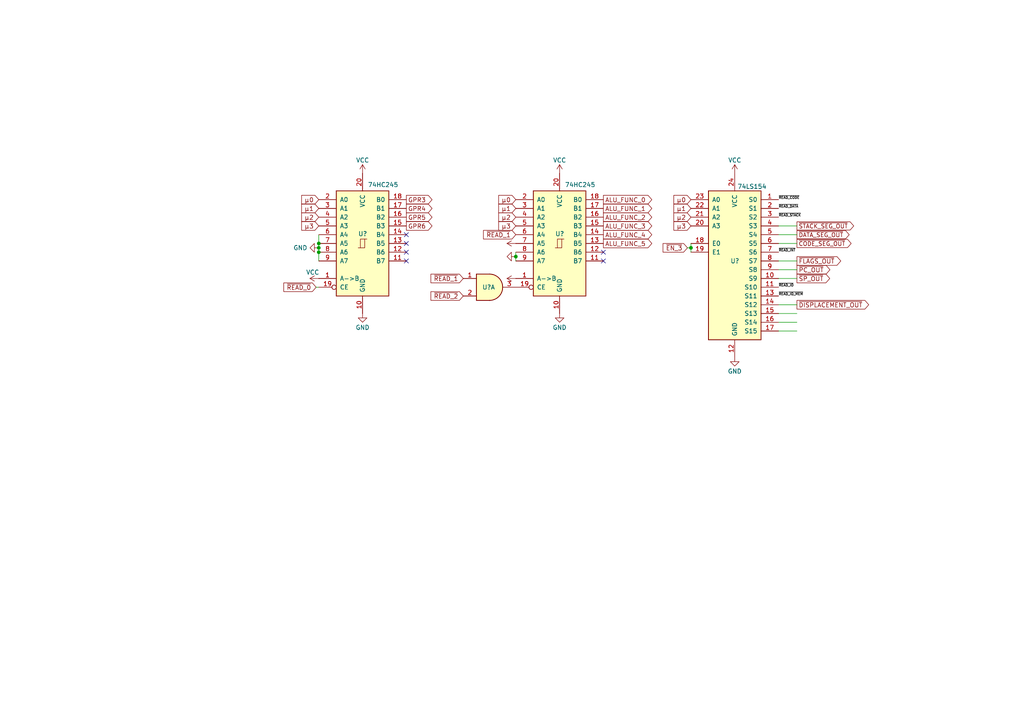
<source format=kicad_sch>
(kicad_sch (version 20211123) (generator eeschema)
  (paper "A4")
  (lib_symbols
    (symbol "74xx:74HC245" (pin_names (offset 1.016))
      (property "Reference" "U" (at -7.62 16.51 0))
      (property "Value" "74HC245" (at -7.62 -16.51 0))
      (symbol "74HC245_1_0"
        (polyline (pts (xy -0.635 -1.27) (xy -0.635 1.27) (xy 0.635 1.27)))
        (polyline (pts (xy -1.27 -1.27) (xy 0.635 -1.27) (xy 0.635 1.27) (xy 1.27 1.27)))
        (pin input line (at -12.7 -10.16 0) (length 5.08) (name "A->B") (number "1"))
        (pin power_in line (at 0 -20.32 90) (length 5.08) (name "GND") (number "10"))
        (pin tri_state line (at 12.7 -5.08 180) (length 5.08) (name "B7") (number "11"))
        (pin tri_state line (at 12.7 -2.54 180) (length 5.08) (name "B6") (number "12"))
        (pin tri_state line (at 12.7 0 180) (length 5.08) (name "B5") (number "13"))
        (pin tri_state line (at 12.7 2.54 180) (length 5.08) (name "B4") (number "14"))
        (pin tri_state line (at 12.7 5.08 180) (length 5.08) (name "B3") (number "15"))
        (pin tri_state line (at 12.7 7.62 180) (length 5.08) (name "B2") (number "16"))
        (pin tri_state line (at 12.7 10.16 180) (length 5.08) (name "B1") (number "17"))
        (pin tri_state line (at 12.7 12.7 180) (length 5.08) (name "B0") (number "18"))
        (pin input inverted (at -12.7 -12.7 0) (length 5.08) (name "CE") (number "19"))
        (pin tri_state line (at -12.7 12.7 0) (length 5.08) (name "A0") (number "2"))
        (pin power_in line (at 0 20.32 270) (length 5.08) (name "VCC") (number "20"))
        (pin tri_state line (at -12.7 10.16 0) (length 5.08) (name "A1") (number "3"))
        (pin tri_state line (at -12.7 7.62 0) (length 5.08) (name "A2") (number "4"))
        (pin tri_state line (at -12.7 5.08 0) (length 5.08) (name "A3") (number "5"))
        (pin tri_state line (at -12.7 2.54 0) (length 5.08) (name "A4") (number "6"))
        (pin tri_state line (at -12.7 0 0) (length 5.08) (name "A5") (number "7"))
        (pin tri_state line (at -12.7 -2.54 0) (length 5.08) (name "A6") (number "8"))
        (pin tri_state line (at -12.7 -5.08 0) (length 5.08) (name "A7") (number "9"))
      )
      (symbol "74HC245_1_1"
        (rectangle (start -7.62 15.24) (end 7.62 -15.24) (stroke (width 0.254)) (fill (type background)))
      )
    )
    (symbol "74xx:74LS08" (pin_names (offset 1.016))
      (property "Reference" "U" (at 0 1.27 0))
      (property "Value" "74LS08" (at 0 -1.27 0))
      (symbol "74LS08_1_1"
        (arc (start 0 -3.81) (mid 3.81 0) (end 0 3.81) (stroke (width 0.254)) (fill (type background)))
        (polyline (pts (xy 0 3.81) (xy -3.81 3.81) (xy -3.81 -3.81) (xy 0 -3.81)) (stroke (width 0.254)) (fill (type background)))
        (pin input line (at -7.62 2.54 0) (length 3.81) (name "~") (number "1"))
        (pin input line (at -7.62 -2.54 0) (length 3.81) (name "~") (number "2"))
        (pin output line (at 7.62 0 180) (length 3.81) (name "~") (number "3"))
      )
      (symbol "74LS08_1_2"
        (arc (start -3.81 -3.81) (mid -2.589 0) (end -3.81 3.81) (stroke (width 0.254)))
        (arc (start -0.6096 -3.81) (mid 2.1855 -2.584) (end 3.81 0) (stroke (width 0.254)) (fill (type background)))
        (polyline (pts (xy -3.81 -3.81) (xy -0.635 -3.81)) (stroke (width 0.254)) (fill (type background)))
        (polyline (pts (xy -3.81 3.81) (xy -0.635 3.81)) (stroke (width 0.254)) (fill (type background)))
        (polyline (pts (xy -0.635 3.81) (xy -3.81 3.81) (xy -3.81 3.81) (xy -3.556 3.4036) (xy -3.0226 2.2606) (xy -2.6924 1.0414) (xy -2.6162 -0.254) (xy -2.7686 -1.4986) (xy -3.175 -2.7178) (xy -3.81 -3.81) (xy -3.81 -3.81) (xy -0.635 -3.81)) (stroke (width -25.4)) (fill (type background)))
        (arc (start 3.81 0) (mid 2.1928 2.5925) (end -0.6096 3.81) (stroke (width 0.254)) (fill (type background)))
        (pin input inverted (at -7.62 2.54 0) (length 4.318) (name "~") (number "1"))
        (pin input inverted (at -7.62 -2.54 0) (length 4.318) (name "~") (number "2"))
        (pin output inverted (at 7.62 0 180) (length 3.81) (name "~") (number "3"))
      )
      (symbol "74LS08_2_1"
        (arc (start 0 -3.81) (mid 3.81 0) (end 0 3.81) (stroke (width 0.254)) (fill (type background)))
        (polyline (pts (xy 0 3.81) (xy -3.81 3.81) (xy -3.81 -3.81) (xy 0 -3.81)) (stroke (width 0.254)) (fill (type background)))
        (pin input line (at -7.62 2.54 0) (length 3.81) (name "~") (number "4"))
        (pin input line (at -7.62 -2.54 0) (length 3.81) (name "~") (number "5"))
        (pin output line (at 7.62 0 180) (length 3.81) (name "~") (number "6"))
      )
      (symbol "74LS08_2_2"
        (arc (start -3.81 -3.81) (mid -2.589 0) (end -3.81 3.81) (stroke (width 0.254)))
        (arc (start -0.6096 -3.81) (mid 2.1855 -2.584) (end 3.81 0) (stroke (width 0.254)) (fill (type background)))
        (polyline (pts (xy -3.81 -3.81) (xy -0.635 -3.81)) (stroke (width 0.254)) (fill (type background)))
        (polyline (pts (xy -3.81 3.81) (xy -0.635 3.81)) (stroke (width 0.254)) (fill (type background)))
        (polyline (pts (xy -0.635 3.81) (xy -3.81 3.81) (xy -3.81 3.81) (xy -3.556 3.4036) (xy -3.0226 2.2606) (xy -2.6924 1.0414) (xy -2.6162 -0.254) (xy -2.7686 -1.4986) (xy -3.175 -2.7178) (xy -3.81 -3.81) (xy -3.81 -3.81) (xy -0.635 -3.81)) (stroke (width -25.4)) (fill (type background)))
        (arc (start 3.81 0) (mid 2.1928 2.5925) (end -0.6096 3.81) (stroke (width 0.254)) (fill (type background)))
        (pin input inverted (at -7.62 2.54 0) (length 4.318) (name "~") (number "4"))
        (pin input inverted (at -7.62 -2.54 0) (length 4.318) (name "~") (number "5"))
        (pin output inverted (at 7.62 0 180) (length 3.81) (name "~") (number "6"))
      )
      (symbol "74LS08_3_1"
        (arc (start 0 -3.81) (mid 3.81 0) (end 0 3.81) (stroke (width 0.254)) (fill (type background)))
        (polyline (pts (xy 0 3.81) (xy -3.81 3.81) (xy -3.81 -3.81) (xy 0 -3.81)) (stroke (width 0.254)) (fill (type background)))
        (pin input line (at -7.62 -2.54 0) (length 3.81) (name "~") (number "10"))
        (pin output line (at 7.62 0 180) (length 3.81) (name "~") (number "8"))
        (pin input line (at -7.62 2.54 0) (length 3.81) (name "~") (number "9"))
      )
      (symbol "74LS08_3_2"
        (arc (start -3.81 -3.81) (mid -2.589 0) (end -3.81 3.81) (stroke (width 0.254)))
        (arc (start -0.6096 -3.81) (mid 2.1855 -2.584) (end 3.81 0) (stroke (width 0.254)) (fill (type background)))
        (polyline (pts (xy -3.81 -3.81) (xy -0.635 -3.81)) (stroke (width 0.254)) (fill (type background)))
        (polyline (pts (xy -3.81 3.81) (xy -0.635 3.81)) (stroke (width 0.254)) (fill (type background)))
        (polyline (pts (xy -0.635 3.81) (xy -3.81 3.81) (xy -3.81 3.81) (xy -3.556 3.4036) (xy -3.0226 2.2606) (xy -2.6924 1.0414) (xy -2.6162 -0.254) (xy -2.7686 -1.4986) (xy -3.175 -2.7178) (xy -3.81 -3.81) (xy -3.81 -3.81) (xy -0.635 -3.81)) (stroke (width -25.4)) (fill (type background)))
        (arc (start 3.81 0) (mid 2.1928 2.5925) (end -0.6096 3.81) (stroke (width 0.254)) (fill (type background)))
        (pin input inverted (at -7.62 -2.54 0) (length 4.318) (name "~") (number "10"))
        (pin output inverted (at 7.62 0 180) (length 3.81) (name "~") (number "8"))
        (pin input inverted (at -7.62 2.54 0) (length 4.318) (name "~") (number "9"))
      )
      (symbol "74LS08_4_1"
        (arc (start 0 -3.81) (mid 3.81 0) (end 0 3.81) (stroke (width 0.254)) (fill (type background)))
        (polyline (pts (xy 0 3.81) (xy -3.81 3.81) (xy -3.81 -3.81) (xy 0 -3.81)) (stroke (width 0.254)) (fill (type background)))
        (pin output line (at 7.62 0 180) (length 3.81) (name "~") (number "11"))
        (pin input line (at -7.62 2.54 0) (length 3.81) (name "~") (number "12"))
        (pin input line (at -7.62 -2.54 0) (length 3.81) (name "~") (number "13"))
      )
      (symbol "74LS08_4_2"
        (arc (start -3.81 -3.81) (mid -2.589 0) (end -3.81 3.81) (stroke (width 0.254)))
        (arc (start -0.6096 -3.81) (mid 2.1855 -2.584) (end 3.81 0) (stroke (width 0.254)) (fill (type background)))
        (polyline (pts (xy -3.81 -3.81) (xy -0.635 -3.81)) (stroke (width 0.254)) (fill (type background)))
        (polyline (pts (xy -3.81 3.81) (xy -0.635 3.81)) (stroke (width 0.254)) (fill (type background)))
        (polyline (pts (xy -0.635 3.81) (xy -3.81 3.81) (xy -3.81 3.81) (xy -3.556 3.4036) (xy -3.0226 2.2606) (xy -2.6924 1.0414) (xy -2.6162 -0.254) (xy -2.7686 -1.4986) (xy -3.175 -2.7178) (xy -3.81 -3.81) (xy -3.81 -3.81) (xy -0.635 -3.81)) (stroke (width -25.4)) (fill (type background)))
        (arc (start 3.81 0) (mid 2.1928 2.5925) (end -0.6096 3.81) (stroke (width 0.254)) (fill (type background)))
        (pin output inverted (at 7.62 0 180) (length 3.81) (name "~") (number "11"))
        (pin input inverted (at -7.62 2.54 0) (length 4.318) (name "~") (number "12"))
        (pin input inverted (at -7.62 -2.54 0) (length 4.318) (name "~") (number "13"))
      )
      (symbol "74LS08_5_0"
        (pin power_in line (at 0 12.7 270) (length 5.08) (name "VCC") (number "14"))
        (pin power_in line (at 0 -12.7 90) (length 5.08) (name "GND") (number "7"))
      )
      (symbol "74LS08_5_1"
        (rectangle (start -5.08 7.62) (end 5.08 -7.62) (stroke (width 0.254)) (fill (type background)))
      )
    )
    (symbol "74xx:74LS154" (pin_names (offset 1.016))
      (property "Reference" "U" (at -7.62 21.59 0))
      (property "Value" "74LS154" (at -7.62 -24.13 0))
      (symbol "74LS154_1_0"
        (pin output line (at 12.7 17.78 180) (length 5.08) (name "S0") (number "1"))
        (pin output line (at 12.7 -5.08 180) (length 5.08) (name "S9") (number "10"))
        (pin output line (at 12.7 -7.62 180) (length 5.08) (name "S10") (number "11"))
        (pin power_in line (at 0 -27.94 90) (length 5.08) (name "GND") (number "12"))
        (pin output line (at 12.7 -10.16 180) (length 5.08) (name "S11") (number "13"))
        (pin output line (at 12.7 -12.7 180) (length 5.08) (name "S12") (number "14"))
        (pin output line (at 12.7 -15.24 180) (length 5.08) (name "S13") (number "15"))
        (pin output line (at 12.7 -17.78 180) (length 5.08) (name "S14") (number "16"))
        (pin output line (at 12.7 -20.32 180) (length 5.08) (name "S15") (number "17"))
        (pin input line (at -12.7 5.08 0) (length 5.08) (name "E0") (number "18"))
        (pin input line (at -12.7 2.54 0) (length 5.08) (name "E1") (number "19"))
        (pin output line (at 12.7 15.24 180) (length 5.08) (name "S1") (number "2"))
        (pin input line (at -12.7 10.16 0) (length 5.08) (name "A3") (number "20"))
        (pin input line (at -12.7 12.7 0) (length 5.08) (name "A2") (number "21"))
        (pin input line (at -12.7 15.24 0) (length 5.08) (name "A1") (number "22"))
        (pin input line (at -12.7 17.78 0) (length 5.08) (name "A0") (number "23"))
        (pin power_in line (at 0 25.4 270) (length 5.08) (name "VCC") (number "24"))
        (pin output line (at 12.7 12.7 180) (length 5.08) (name "S2") (number "3"))
        (pin output line (at 12.7 10.16 180) (length 5.08) (name "S3") (number "4"))
        (pin output line (at 12.7 7.62 180) (length 5.08) (name "S4") (number "5"))
        (pin output line (at 12.7 5.08 180) (length 5.08) (name "S5") (number "6"))
        (pin output line (at 12.7 2.54 180) (length 5.08) (name "S6") (number "7"))
        (pin output line (at 12.7 0 180) (length 5.08) (name "S7") (number "8"))
        (pin output line (at 12.7 -2.54 180) (length 5.08) (name "S8") (number "9"))
      )
      (symbol "74LS154_1_1"
        (rectangle (start -7.62 20.32) (end 7.62 -22.86) (stroke (width 0.254)) (fill (type background)))
      )
    )
    (symbol "power:GND" (power) (pin_names (offset 0))
      (property "Value" "GND" (at 0 -3.81 0))
      (symbol "GND_0_1"
        (polyline (pts (xy 0 0) (xy 0 -1.27) (xy 1.27 -1.27) (xy 0 -2.54) (xy -1.27 -1.27) (xy 0 -1.27)))
      )
      (symbol "GND_1_1"
        (pin power_in line (at 0 0 270) (length 0) hide (name "GND") (number "1"))
      )
    )
    (symbol "power:VCC" (power) (pin_names (offset 0))
      (property "Value" "VCC" (at 0 3.81 0))
      (symbol "VCC_0_1"
        (polyline (pts (xy -0.762 1.27) (xy 0 2.54)))
        (polyline (pts (xy 0 0) (xy 0 2.54)))
        (polyline (pts (xy 0 2.54) (xy 0.762 1.27)))
      )
      (symbol "VCC_1_1"
        (pin power_in line (at 0 0 90) (length 0) hide (name "VCC") (number "1"))
      )
    )
  )
  (junction (at 92.456 71.882))
  (junction (at 149.606 74.422))
  (junction (at 200.406 71.882))
  (junction (at 92.456 70.612))
  (junction (at 92.456 73.152))
  (no_connect (at 175.006 75.692))
  (no_connect (at 117.856 73.152))
  (no_connect (at 117.856 68.072))
  (no_connect (at 117.856 75.692))
  (no_connect (at 175.006 73.152))
  (no_connect (at 117.856 70.612))
  (wire (pts (xy 92.456 71.882) (xy 92.456 73.152)))
  (wire (pts (xy 92.456 73.152) (xy 92.456 75.692)))
  (wire (pts (xy 92.456 68.072) (xy 92.456 70.612)))
  (wire (pts (xy 149.606 73.152) (xy 149.606 74.422)))
  (wire (pts (xy 231.14 70.612) (xy 225.806 70.612)))
  (wire (pts (xy 231.14 80.772) (xy 225.806 80.772)))
  (wire (pts (xy 200.406 70.612) (xy 200.406 71.882)))
  (wire (pts (xy 149.606 74.422) (xy 149.606 75.692)))
  (wire (pts (xy 225.806 93.472) (xy 231.14 93.472)))
  (wire (pts (xy 231.14 75.692) (xy 225.806 75.692)))
  (wire (pts (xy 225.806 88.392) (xy 231.14 88.392)))
  (wire (pts (xy 91.694 83.312) (xy 92.456 83.312)))
  (wire (pts (xy 92.456 70.612) (xy 92.456 71.882)))
  (wire (pts (xy 231.14 65.532) (xy 225.806 65.532)))
  (wire (pts (xy 225.806 96.012) (xy 231.14 96.012)))
  (wire (pts (xy 225.806 90.932) (xy 231.14 90.932)))
  (wire (pts (xy 231.14 68.072) (xy 225.806 68.072)))
  (wire (pts (xy 199.39 71.882) (xy 200.406 71.882)))
  (wire (pts (xy 231.14 78.232) (xy 225.806 78.232)))
  (wire (pts (xy 200.406 71.882) (xy 200.406 73.152)))
  (label "~{READ_INT}" (at 225.806 73.152 0) (effects (font (size 0.7 0.7))))
  (label "~{READ_IO}" (at 225.806 83.312 0) (effects (font (size 0.7 0.7))))
  (label "~{READ_IO_MEM}" (at 225.806 85.852 0) (effects (font (size 0.7 0.7))))
  (label "~{READ_CODE}" (at 225.806 57.912 0) (effects (font (size 0.7 0.7))))
  (label "~{READ_DATA}" (at 225.806 60.452 0) (effects (font (size 0.7 0.7))))
  (label "~{READ_STACK}" (at 225.806 62.992 0) (effects (font (size 0.7 0.7))))
  (global_label "ALU_FUNC_1" (shape output) (at 175.006 60.452 0) (property "Intersheet References" "${INTERSHEET_REFS}" (effects hide)))
  (global_label "ALU_FUNC_5" (shape output) (at 175.006 70.612 0) (property "Intersheet References" "${INTERSHEET_REFS}" (effects hide)))
  (global_label "μ1" (shape input) (at 92.456 60.452 180) (property "Intersheet References" "${INTERSHEET_REFS}" (effects hide)))
  (global_label "~{READ_1}" (shape input) (at 149.606 68.072 180) (property "Intersheet References" "${INTERSHEET_REFS}" (effects hide)))
  (global_label "μ1" (shape input) (at 149.606 60.452 180) (property "Intersheet References" "${INTERSHEET_REFS}" (effects hide)))
  (global_label "~{FLAGS_OUT}" (shape output) (at 231.14 75.692 0) (property "Intersheet References" "${INTERSHEET_REFS}" (effects hide)))
  (global_label "GPR3" (shape output) (at 117.856 57.912 0) (property "Intersheet References" "${INTERSHEET_REFS}" (effects hide)))
  (global_label "~{SP_OUT}" (shape output) (at 231.14 80.772 0) (property "Intersheet References" "${INTERSHEET_REFS}" (effects hide)))
  (global_label "μ3" (shape input) (at 200.406 65.532 180) (property "Intersheet References" "${INTERSHEET_REFS}" (effects hide)))
  (global_label "~{DATA_SEG_OUT}" (shape output) (at 231.14 68.072 0) (effects (font (size 1.2 1.2))) (property "Intersheet References" "${INTERSHEET_REFS}" (effects hide)))
  (global_label "~{READ_0}" (shape input) (at 91.694 83.312 180) (property "Intersheet References" "${INTERSHEET_REFS}" (effects hide)))
  (global_label "~{DISPLACEMENT_OUT}" (shape output) (at 231.14 88.392 0) (property "Intersheet References" "${INTERSHEET_REFS}" (effects hide)))
  (global_label "μ0" (shape input) (at 92.456 57.912 180) (property "Intersheet References" "${INTERSHEET_REFS}" (effects hide)))
  (global_label "~{CODE_SEG_OUT}" (shape output) (at 231.14 70.612 0) (effects (font (size 1.2 1.2))) (property "Intersheet References" "${INTERSHEET_REFS}" (effects hide)))
  (global_label "GPR6" (shape output) (at 117.856 65.532 0) (property "Intersheet References" "${INTERSHEET_REFS}" (effects hide)))
  (global_label "μ1" (shape input) (at 200.406 60.452 180) (property "Intersheet References" "${INTERSHEET_REFS}" (effects hide)))
  (global_label "~{READ_1}" (shape input) (at 134.366 80.772 180) (property "Intersheet References" "${INTERSHEET_REFS}" (effects hide)))
  (global_label "~{STACK_SEG_OUT}" (shape output) (at 231.14 65.532 0) (effects (font (size 1.2 1.2))) (property "Intersheet References" "${INTERSHEET_REFS}" (effects hide)))
  (global_label "ALU_FUNC_0" (shape output) (at 175.006 57.912 0) (property "Intersheet References" "${INTERSHEET_REFS}" (effects hide)))
  (global_label "μ0" (shape input) (at 149.606 57.912 180) (property "Intersheet References" "${INTERSHEET_REFS}" (effects hide)))
  (global_label "μ2" (shape input) (at 149.606 62.992 180) (property "Intersheet References" "${INTERSHEET_REFS}" (effects hide)))
  (global_label "ALU_FUNC_2" (shape output) (at 175.006 62.992 0) (property "Intersheet References" "${INTERSHEET_REFS}" (effects hide)))
  (global_label "μ2" (shape input) (at 92.456 62.992 180) (property "Intersheet References" "${INTERSHEET_REFS}" (effects hide)))
  (global_label "~{READ_2}" (shape input) (at 134.366 85.852 180) (property "Intersheet References" "${INTERSHEET_REFS}" (effects hide)))
  (global_label "μ2" (shape input) (at 200.406 62.992 180) (property "Intersheet References" "${INTERSHEET_REFS}" (effects hide)))
  (global_label "~{PC_OUT}" (shape output) (at 231.14 78.232 0) (property "Intersheet References" "${INTERSHEET_REFS}" (effects hide)))
  (global_label "GPR5" (shape output) (at 117.856 62.992 0) (property "Intersheet References" "${INTERSHEET_REFS}" (effects hide)))
  (global_label "GPR4" (shape output) (at 117.856 60.452 0) (property "Intersheet References" "${INTERSHEET_REFS}" (effects hide)))
  (global_label "~{EN_3}" (shape input) (at 199.39 71.882 180) (property "Intersheet References" "${INTERSHEET_REFS}" (effects hide)))
  (global_label "μ3" (shape input) (at 149.606 65.532 180) (property "Intersheet References" "${INTERSHEET_REFS}" (effects hide)))
  (global_label "μ3" (shape input) (at 92.456 65.532 180) (property "Intersheet References" "${INTERSHEET_REFS}" (effects hide)))
  (global_label "ALU_FUNC_4" (shape output) (at 175.006 68.072 0) (property "Intersheet References" "${INTERSHEET_REFS}" (effects hide)))
  (global_label "μ0" (shape input) (at 200.406 57.912 180) (property "Intersheet References" "${INTERSHEET_REFS}" (effects hide)))
  (global_label "ALU_FUNC_3" (shape output) (at 175.006 65.532 0) (property "Intersheet References" "${INTERSHEET_REFS}" (effects hide)))
  (symbol (lib_id "power:GND") (at 105.156 90.932 0) (unit 1)
    (property "Reference" "#PWR?" (effects hide))
    (property "Value" "GND" (at 105.156 94.996 0))
  )
  (symbol (lib_id "power:GND") (at 92.456 71.882 270) (unit 1)
    (property "Reference" "#PWR?" (effects hide))
    (property "Value" "GND" (at 87.122 71.882 90))
  )
  (symbol (lib_id "74xx:74HC245") (at 105.156 70.612 0) (unit 1)
    (property "Reference" "U?" (at 103.886 67.818 0) (effects (justify left)))
    (property "Value" "74HC245" (at 106.68 53.594 0) (effects (justify left)))
    (property "Footprint" "Package_SO:SOIC-20W_7.5x12.8mm_P1.27mm" (effects hide))
    (property "Datasheet" "http://www.ti.com/lit/gpn/sn74HC245" (effects hide))
  )
  (symbol (lib_id "power:GND") (at 149.606 74.422 270) (unit 1)
    (property "Reference" "#PWR?" (effects hide))
    (property "Value" "GND" (effects hide))
  )
  (symbol (lib_id "74xx:74LS08") (at 141.986 83.312 0) (unit 1)
    (property "Reference" "U?" (at 141.732 83.312 0))
    (property "Value" "74LS08" (effects hide))
    (property "Footprint" "Package_SO:SOIC-14_3.9x8.7mm_P1.27mm" (effects hide))
    (property "Datasheet" "http://www.ti.com/lit/gpn/sn74LS08" (effects hide))
  )
  (symbol (lib_id "power:GND") (at 162.306 90.932 0) (unit 1)
    (property "Reference" "#PWR?" (effects hide))
    (property "Value" "GND" (at 162.306 94.996 0))
  )
  (symbol (lib_id "power:VCC") (at 162.306 50.292 0) (unit 1)
    (property "Reference" "#PWR?" (effects hide))
    (property "Value" "VCC" (at 162.306 46.482 0))
  )
  (symbol (lib_id "power:VCC") (at 105.156 50.292 0) (unit 1)
    (property "Reference" "#PWR?" (effects hide))
    (property "Value" "VCC" (at 105.156 46.482 0))
  )
  (symbol (lib_id "power:GND") (at 213.106 103.632 0) (unit 1)
    (property "Reference" "#PWR?" (effects hide))
    (property "Value" "GND" (at 213.106 107.696 0))
  )
  (symbol (lib_id "power:VCC") (at 149.606 70.612 90) (unit 1)
    (property "Reference" "#PWR?" (effects hide))
    (property "Value" "VCC" (effects hide))
  )
  (symbol (lib_id "power:VCC") (at 213.106 50.292 0) (unit 1)
    (property "Reference" "#PWR?" (effects hide))
    (property "Value" "VCC" (at 213.106 46.482 0))
  )
  (symbol (lib_id "74xx:74HC245") (at 162.306 70.612 0) (unit 1)
    (property "Reference" "U?" (at 161.036 67.818 0) (effects (justify left)))
    (property "Value" "74HC245" (at 163.83 53.594 0) (effects (justify left)))
    (property "Footprint" "Package_SO:SOIC-20W_7.5x12.8mm_P1.27mm" (effects hide))
    (property "Datasheet" "http://www.ti.com/lit/gpn/sn74HC245" (effects hide))
  )
  (symbol (lib_id "74xx:74LS154") (at 213.106 75.692 0) (unit 1)
    (property "Reference" "U?" (at 211.836 75.692 0) (effects (justify left)))
    (property "Value" "74LS154" (at 213.868 54.102 0) (effects (justify left)))
    (property "Footprint" "Package_SO:SOIC-24W_7.5x15.4mm_P1.27mm" (effects hide))
    (property "Datasheet" "http://www.ti.com/lit/gpn/sn74LS154" (effects hide))
  )
  (symbol (lib_id "power:VCC") (at 92.456 80.772 90) (unit 1)
    (property "Reference" "#PWR?" (effects hide))
    (property "Value" "VCC" (at 90.678 78.994 90))
  )
  (symbol (lib_id "power:VCC") (at 149.606 80.772 90) (unit 1)
    (property "Reference" "#PWR?" (effects hide))
    (property "Value" "VCC" (effects hide))
  )
)
</source>
